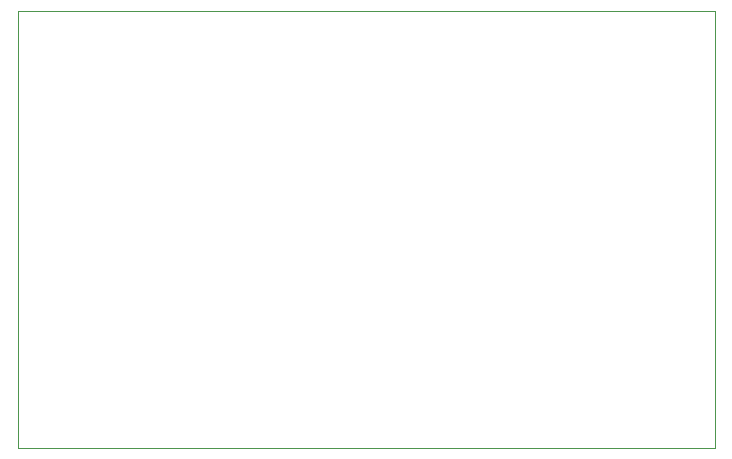
<source format=gbr>
%TF.GenerationSoftware,KiCad,Pcbnew,(5.1.6)-1*%
%TF.CreationDate,2020-09-22T22:22:24+03:00*%
%TF.ProjectId,ZX Keyboard logic,5a58204b-6579-4626-9f61-7264206c6f67,rev?*%
%TF.SameCoordinates,Original*%
%TF.FileFunction,Profile,NP*%
%FSLAX46Y46*%
G04 Gerber Fmt 4.6, Leading zero omitted, Abs format (unit mm)*
G04 Created by KiCad (PCBNEW (5.1.6)-1) date 2020-09-22 22:22:24*
%MOMM*%
%LPD*%
G01*
G04 APERTURE LIST*
%TA.AperFunction,Profile*%
%ADD10C,0.050000*%
%TD*%
G04 APERTURE END LIST*
D10*
X28000000Y-110000000D02*
X28000000Y-73000000D01*
X87000000Y-110000000D02*
X28000000Y-110000000D01*
X87000000Y-73000000D02*
X87000000Y-110000000D01*
X28000000Y-73000000D02*
X87000000Y-73000000D01*
M02*

</source>
